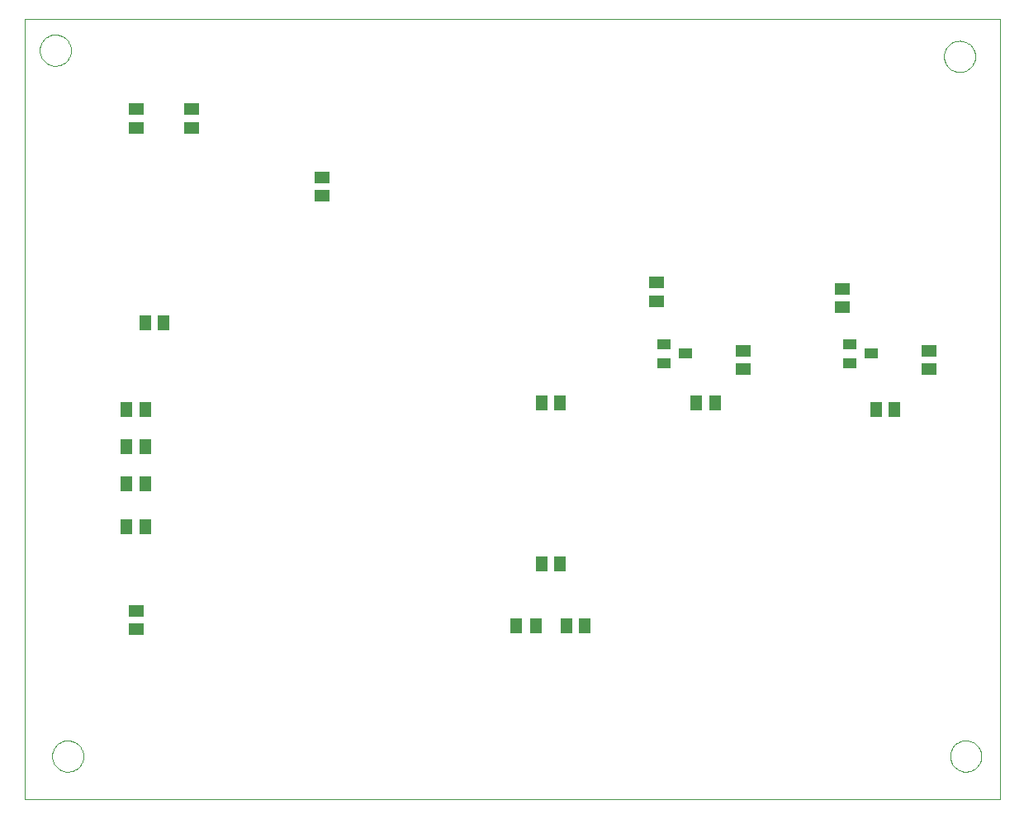
<source format=gtp>
G75*
G70*
%OFA0B0*%
%FSLAX24Y24*%
%IPPOS*%
%LPD*%
%AMOC8*
5,1,8,0,0,1.08239X$1,22.5*
%
%ADD10C,0.0000*%
%ADD11R,0.0591X0.0512*%
%ADD12R,0.0512X0.0591*%
%ADD13R,0.0551X0.0394*%
%ADD14R,0.0512X0.0630*%
D10*
X004880Y000100D02*
X004880Y031596D01*
X044250Y031596D01*
X044250Y000100D01*
X004880Y000100D01*
X006000Y001850D02*
X006002Y001900D01*
X006008Y001950D01*
X006018Y001999D01*
X006032Y002047D01*
X006049Y002094D01*
X006070Y002139D01*
X006095Y002183D01*
X006123Y002224D01*
X006155Y002263D01*
X006189Y002300D01*
X006226Y002334D01*
X006266Y002364D01*
X006308Y002391D01*
X006352Y002415D01*
X006398Y002436D01*
X006445Y002452D01*
X006493Y002465D01*
X006543Y002474D01*
X006592Y002479D01*
X006643Y002480D01*
X006693Y002477D01*
X006742Y002470D01*
X006791Y002459D01*
X006839Y002444D01*
X006885Y002426D01*
X006930Y002404D01*
X006973Y002378D01*
X007014Y002349D01*
X007053Y002317D01*
X007089Y002282D01*
X007121Y002244D01*
X007151Y002204D01*
X007178Y002161D01*
X007201Y002117D01*
X007220Y002071D01*
X007236Y002023D01*
X007248Y001974D01*
X007256Y001925D01*
X007260Y001875D01*
X007260Y001825D01*
X007256Y001775D01*
X007248Y001726D01*
X007236Y001677D01*
X007220Y001629D01*
X007201Y001583D01*
X007178Y001539D01*
X007151Y001496D01*
X007121Y001456D01*
X007089Y001418D01*
X007053Y001383D01*
X007014Y001351D01*
X006973Y001322D01*
X006930Y001296D01*
X006885Y001274D01*
X006839Y001256D01*
X006791Y001241D01*
X006742Y001230D01*
X006693Y001223D01*
X006643Y001220D01*
X006592Y001221D01*
X006543Y001226D01*
X006493Y001235D01*
X006445Y001248D01*
X006398Y001264D01*
X006352Y001285D01*
X006308Y001309D01*
X006266Y001336D01*
X006226Y001366D01*
X006189Y001400D01*
X006155Y001437D01*
X006123Y001476D01*
X006095Y001517D01*
X006070Y001561D01*
X006049Y001606D01*
X006032Y001653D01*
X006018Y001701D01*
X006008Y001750D01*
X006002Y001800D01*
X006000Y001850D01*
X042250Y001850D02*
X042252Y001900D01*
X042258Y001950D01*
X042268Y001999D01*
X042282Y002047D01*
X042299Y002094D01*
X042320Y002139D01*
X042345Y002183D01*
X042373Y002224D01*
X042405Y002263D01*
X042439Y002300D01*
X042476Y002334D01*
X042516Y002364D01*
X042558Y002391D01*
X042602Y002415D01*
X042648Y002436D01*
X042695Y002452D01*
X042743Y002465D01*
X042793Y002474D01*
X042842Y002479D01*
X042893Y002480D01*
X042943Y002477D01*
X042992Y002470D01*
X043041Y002459D01*
X043089Y002444D01*
X043135Y002426D01*
X043180Y002404D01*
X043223Y002378D01*
X043264Y002349D01*
X043303Y002317D01*
X043339Y002282D01*
X043371Y002244D01*
X043401Y002204D01*
X043428Y002161D01*
X043451Y002117D01*
X043470Y002071D01*
X043486Y002023D01*
X043498Y001974D01*
X043506Y001925D01*
X043510Y001875D01*
X043510Y001825D01*
X043506Y001775D01*
X043498Y001726D01*
X043486Y001677D01*
X043470Y001629D01*
X043451Y001583D01*
X043428Y001539D01*
X043401Y001496D01*
X043371Y001456D01*
X043339Y001418D01*
X043303Y001383D01*
X043264Y001351D01*
X043223Y001322D01*
X043180Y001296D01*
X043135Y001274D01*
X043089Y001256D01*
X043041Y001241D01*
X042992Y001230D01*
X042943Y001223D01*
X042893Y001220D01*
X042842Y001221D01*
X042793Y001226D01*
X042743Y001235D01*
X042695Y001248D01*
X042648Y001264D01*
X042602Y001285D01*
X042558Y001309D01*
X042516Y001336D01*
X042476Y001366D01*
X042439Y001400D01*
X042405Y001437D01*
X042373Y001476D01*
X042345Y001517D01*
X042320Y001561D01*
X042299Y001606D01*
X042282Y001653D01*
X042268Y001701D01*
X042258Y001750D01*
X042252Y001800D01*
X042250Y001850D01*
X042000Y030100D02*
X042002Y030150D01*
X042008Y030200D01*
X042018Y030249D01*
X042032Y030297D01*
X042049Y030344D01*
X042070Y030389D01*
X042095Y030433D01*
X042123Y030474D01*
X042155Y030513D01*
X042189Y030550D01*
X042226Y030584D01*
X042266Y030614D01*
X042308Y030641D01*
X042352Y030665D01*
X042398Y030686D01*
X042445Y030702D01*
X042493Y030715D01*
X042543Y030724D01*
X042592Y030729D01*
X042643Y030730D01*
X042693Y030727D01*
X042742Y030720D01*
X042791Y030709D01*
X042839Y030694D01*
X042885Y030676D01*
X042930Y030654D01*
X042973Y030628D01*
X043014Y030599D01*
X043053Y030567D01*
X043089Y030532D01*
X043121Y030494D01*
X043151Y030454D01*
X043178Y030411D01*
X043201Y030367D01*
X043220Y030321D01*
X043236Y030273D01*
X043248Y030224D01*
X043256Y030175D01*
X043260Y030125D01*
X043260Y030075D01*
X043256Y030025D01*
X043248Y029976D01*
X043236Y029927D01*
X043220Y029879D01*
X043201Y029833D01*
X043178Y029789D01*
X043151Y029746D01*
X043121Y029706D01*
X043089Y029668D01*
X043053Y029633D01*
X043014Y029601D01*
X042973Y029572D01*
X042930Y029546D01*
X042885Y029524D01*
X042839Y029506D01*
X042791Y029491D01*
X042742Y029480D01*
X042693Y029473D01*
X042643Y029470D01*
X042592Y029471D01*
X042543Y029476D01*
X042493Y029485D01*
X042445Y029498D01*
X042398Y029514D01*
X042352Y029535D01*
X042308Y029559D01*
X042266Y029586D01*
X042226Y029616D01*
X042189Y029650D01*
X042155Y029687D01*
X042123Y029726D01*
X042095Y029767D01*
X042070Y029811D01*
X042049Y029856D01*
X042032Y029903D01*
X042018Y029951D01*
X042008Y030000D01*
X042002Y030050D01*
X042000Y030100D01*
X005500Y030350D02*
X005502Y030400D01*
X005508Y030450D01*
X005518Y030499D01*
X005532Y030547D01*
X005549Y030594D01*
X005570Y030639D01*
X005595Y030683D01*
X005623Y030724D01*
X005655Y030763D01*
X005689Y030800D01*
X005726Y030834D01*
X005766Y030864D01*
X005808Y030891D01*
X005852Y030915D01*
X005898Y030936D01*
X005945Y030952D01*
X005993Y030965D01*
X006043Y030974D01*
X006092Y030979D01*
X006143Y030980D01*
X006193Y030977D01*
X006242Y030970D01*
X006291Y030959D01*
X006339Y030944D01*
X006385Y030926D01*
X006430Y030904D01*
X006473Y030878D01*
X006514Y030849D01*
X006553Y030817D01*
X006589Y030782D01*
X006621Y030744D01*
X006651Y030704D01*
X006678Y030661D01*
X006701Y030617D01*
X006720Y030571D01*
X006736Y030523D01*
X006748Y030474D01*
X006756Y030425D01*
X006760Y030375D01*
X006760Y030325D01*
X006756Y030275D01*
X006748Y030226D01*
X006736Y030177D01*
X006720Y030129D01*
X006701Y030083D01*
X006678Y030039D01*
X006651Y029996D01*
X006621Y029956D01*
X006589Y029918D01*
X006553Y029883D01*
X006514Y029851D01*
X006473Y029822D01*
X006430Y029796D01*
X006385Y029774D01*
X006339Y029756D01*
X006291Y029741D01*
X006242Y029730D01*
X006193Y029723D01*
X006143Y029720D01*
X006092Y029721D01*
X006043Y029726D01*
X005993Y029735D01*
X005945Y029748D01*
X005898Y029764D01*
X005852Y029785D01*
X005808Y029809D01*
X005766Y029836D01*
X005726Y029866D01*
X005689Y029900D01*
X005655Y029937D01*
X005623Y029976D01*
X005595Y030017D01*
X005570Y030061D01*
X005549Y030106D01*
X005532Y030153D01*
X005518Y030201D01*
X005508Y030250D01*
X005502Y030300D01*
X005500Y030350D01*
D11*
X009380Y027974D03*
X009380Y027226D03*
X011630Y027226D03*
X011630Y027974D03*
X016880Y025224D03*
X016880Y024476D03*
X030380Y020974D03*
X030380Y020226D03*
X033880Y018224D03*
X033880Y017476D03*
X037880Y019976D03*
X037880Y020724D03*
X041380Y018224D03*
X041380Y017476D03*
X009380Y007724D03*
X009380Y006976D03*
D12*
X009006Y011100D03*
X009754Y011100D03*
X009754Y012850D03*
X009006Y012850D03*
X009006Y014350D03*
X009754Y014350D03*
X009754Y015850D03*
X009006Y015850D03*
X009756Y019350D03*
X010504Y019350D03*
X025756Y016100D03*
X026504Y016100D03*
X032006Y016100D03*
X032754Y016100D03*
X039256Y015850D03*
X040004Y015850D03*
X027504Y007100D03*
X026756Y007100D03*
X026504Y009600D03*
X025756Y009600D03*
D13*
X030697Y017726D03*
X031563Y018100D03*
X030697Y018474D03*
X038197Y018474D03*
X039063Y018100D03*
X038197Y017726D03*
D14*
X025524Y007100D03*
X024736Y007100D03*
M02*

</source>
